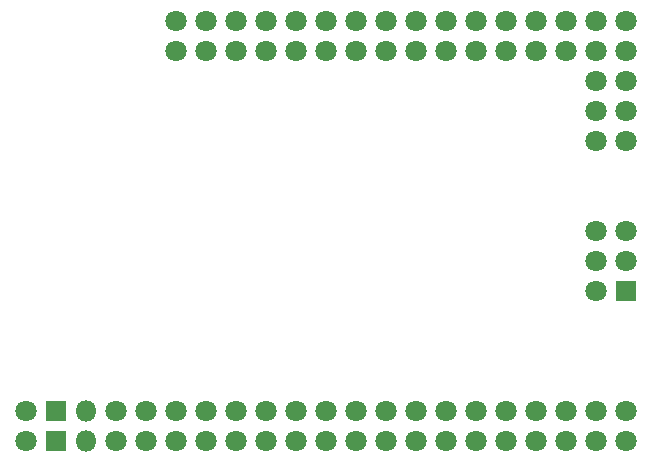
<source format=gbr>
%TF.GenerationSoftware,KiCad,Pcbnew,8.0.1*%
%TF.CreationDate,2024-12-28T13:05:20+09:00*%
%TF.ProjectId,Line-003-20241222,4c696e65-2d30-4303-932d-323032343132,rev?*%
%TF.SameCoordinates,Original*%
%TF.FileFunction,Paste,Top*%
%TF.FilePolarity,Positive*%
%FSLAX46Y46*%
G04 Gerber Fmt 4.6, Leading zero omitted, Abs format (unit mm)*
G04 Created by KiCad (PCBNEW 8.0.1) date 2024-12-28 13:05:20*
%MOMM*%
%LPD*%
G01*
G04 APERTURE LIST*
%ADD10C,1.800000*%
%ADD11O,1.800000X1.800000*%
%ADD12R,1.800000X1.800000*%
G04 APERTURE END LIST*
D10*
%TO.C,U62*%
X-85777521Y-15240879D03*
X-85777521Y-17780879D03*
D11*
X-88317521Y-15240879D03*
X-88317521Y-17780879D03*
D10*
X-42597521Y-879D03*
X-80697521Y17779121D03*
X-80697521Y15239121D03*
X-78157521Y17779121D03*
X-78157521Y15239121D03*
X-75617521Y17779121D03*
X-75617521Y15239121D03*
X-73077521Y17779121D03*
X-73077521Y15239121D03*
X-70537521Y17779121D03*
X-70537521Y15239121D03*
X-67997521Y17779121D03*
X-67997521Y15239121D03*
X-65457521Y17779121D03*
X-65457521Y15239121D03*
X-62917521Y17779121D03*
X-62917521Y15239121D03*
X-83237521Y-15240879D03*
X-78157521Y-15240879D03*
X-78157521Y-17780879D03*
X-75617521Y-15240879D03*
X-75617521Y-17780879D03*
X-73077521Y-15240879D03*
X-73077521Y-17780879D03*
X-70537521Y-15240879D03*
X-70537521Y-17780879D03*
X-67997521Y-15240879D03*
X-67997521Y-17780879D03*
X-65457521Y-15240879D03*
X-65457521Y-17780879D03*
X-62917521Y-15240879D03*
X-62917521Y-17780879D03*
X-60377521Y-15240879D03*
X-60377521Y-17780879D03*
X-57837521Y-15240879D03*
X-57837521Y-17780879D03*
X-55297521Y-15240879D03*
X-55297521Y-17780879D03*
X-52757521Y-15240879D03*
X-52757521Y-17780879D03*
X-50217521Y-15240879D03*
X-50217521Y-17780879D03*
X-47677521Y-15240879D03*
X-47677521Y-17780879D03*
X-45137521Y-15240879D03*
X-45137521Y-17780879D03*
X-42597521Y-15240879D03*
X-42597521Y-17780879D03*
X-60377521Y17779121D03*
X-60377521Y15239121D03*
X-57837521Y17779121D03*
X-57837521Y15239121D03*
X-55297521Y17779121D03*
X-55297521Y15239121D03*
X-52757521Y17779121D03*
X-52757521Y15239121D03*
X-50217521Y17779121D03*
X-50217521Y15239121D03*
X-47677521Y17779121D03*
X-47677521Y15239121D03*
X-45137521Y17779121D03*
X-45137521Y15239121D03*
X-42597521Y17779121D03*
X-42597521Y15239121D03*
X-42597521Y12699121D03*
X-45137521Y12699121D03*
X-42597521Y10159121D03*
X-45137521Y10159121D03*
X-42597521Y7619121D03*
X-45137521Y7619121D03*
D12*
X-90857521Y-15240879D03*
X-90857521Y-17780879D03*
X-42597521Y-5080879D03*
D10*
X-45137521Y-879D03*
X-42597521Y-2540879D03*
X-45137521Y-5080879D03*
X-83237521Y-17780879D03*
X-80697521Y-15240879D03*
X-45137521Y-2540879D03*
X-80697521Y-17780879D03*
X-93397521Y-15240879D03*
X-93397521Y-17780879D03*
%TD*%
M02*

</source>
